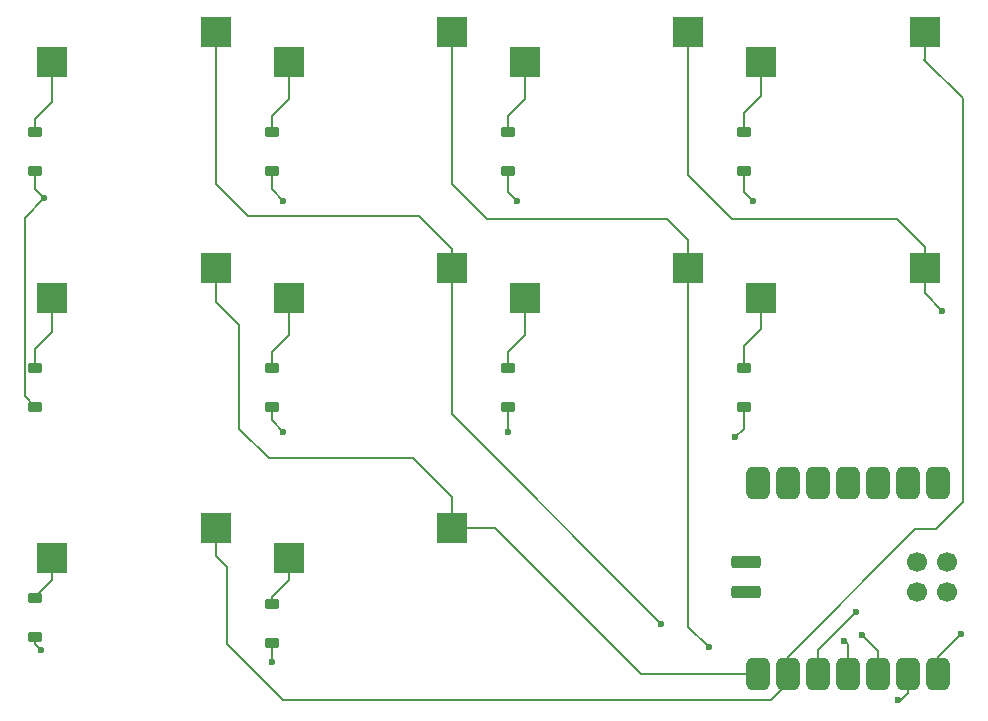
<source format=gbr>
%TF.GenerationSoftware,KiCad,Pcbnew,9.0.1*%
%TF.CreationDate,2025-05-28T15:02:46+10:00*%
%TF.ProjectId,macroCAD,6d616372-6f43-4414-942e-6b696361645f,rev?*%
%TF.SameCoordinates,Original*%
%TF.FileFunction,Copper,L2,Bot*%
%TF.FilePolarity,Positive*%
%FSLAX46Y46*%
G04 Gerber Fmt 4.6, Leading zero omitted, Abs format (unit mm)*
G04 Created by KiCad (PCBNEW 9.0.1) date 2025-05-28 15:02:46*
%MOMM*%
%LPD*%
G01*
G04 APERTURE LIST*
G04 Aperture macros list*
%AMRoundRect*
0 Rectangle with rounded corners*
0 $1 Rounding radius*
0 $2 $3 $4 $5 $6 $7 $8 $9 X,Y pos of 4 corners*
0 Add a 4 corners polygon primitive as box body*
4,1,4,$2,$3,$4,$5,$6,$7,$8,$9,$2,$3,0*
0 Add four circle primitives for the rounded corners*
1,1,$1+$1,$2,$3*
1,1,$1+$1,$4,$5*
1,1,$1+$1,$6,$7*
1,1,$1+$1,$8,$9*
0 Add four rect primitives between the rounded corners*
20,1,$1+$1,$2,$3,$4,$5,0*
20,1,$1+$1,$4,$5,$6,$7,0*
20,1,$1+$1,$6,$7,$8,$9,0*
20,1,$1+$1,$8,$9,$2,$3,0*%
G04 Aperture macros list end*
%TA.AperFunction,SMDPad,CuDef*%
%ADD10R,2.550000X2.500000*%
%TD*%
%TA.AperFunction,SMDPad,CuDef*%
%ADD11RoundRect,0.225000X0.375000X-0.225000X0.375000X0.225000X-0.375000X0.225000X-0.375000X-0.225000X0*%
%TD*%
%TA.AperFunction,SMDPad,CuDef*%
%ADD12RoundRect,0.500000X0.500000X-0.875000X0.500000X0.875000X-0.500000X0.875000X-0.500000X-0.875000X0*%
%TD*%
%TA.AperFunction,SMDPad,CuDef*%
%ADD13RoundRect,0.275000X0.975000X0.275000X-0.975000X0.275000X-0.975000X-0.275000X0.975000X-0.275000X0*%
%TD*%
%TA.AperFunction,SMDPad,CuDef*%
%ADD14C,1.700000*%
%TD*%
%TA.AperFunction,ViaPad*%
%ADD15C,0.600000*%
%TD*%
%TA.AperFunction,Conductor*%
%ADD16C,0.200000*%
%TD*%
G04 APERTURE END LIST*
D10*
%TO.P,SW1,1,1*%
%TO.N,COL_1*%
X86290000Y-24920000D03*
%TO.P,SW1,2,2*%
%TO.N,Net-(D1-A)*%
X72440000Y-27460000D03*
%TD*%
%TO.P,SW5,1,1*%
%TO.N,COL_5*%
X86290000Y-44920000D03*
%TO.P,SW5,2,2*%
%TO.N,Net-(D5-A)*%
X72440000Y-47460000D03*
%TD*%
%TO.P,SW2,1,1*%
%TO.N,COL_2*%
X106290000Y-24920000D03*
%TO.P,SW2,2,2*%
%TO.N,Net-(D2-A)*%
X92440000Y-27460000D03*
%TD*%
%TO.P,SW6,1,1*%
%TO.N,COL_1*%
X106290000Y-44920000D03*
%TO.P,SW6,2,2*%
%TO.N,Net-(D6-A)*%
X92440000Y-47460000D03*
%TD*%
%TO.P,SW4,1,1*%
%TO.N,COL_4*%
X146290000Y-24920000D03*
%TO.P,SW4,2,2*%
%TO.N,Net-(D4-A)*%
X132440000Y-27460000D03*
%TD*%
%TO.P,SW3,1,1*%
%TO.N,COL_3*%
X126290000Y-24920000D03*
%TO.P,SW3,2,2*%
%TO.N,Net-(D3-A)*%
X112440000Y-27460000D03*
%TD*%
%TO.P,SW9,1,1*%
%TO.N,COL_4*%
X86290000Y-66920000D03*
%TO.P,SW9,2,2*%
%TO.N,Net-(D9-A)*%
X72440000Y-69460000D03*
%TD*%
%TO.P,SW8,1,1*%
%TO.N,COL_3*%
X146290000Y-44920000D03*
%TO.P,SW8,2,2*%
%TO.N,Net-(D8-A)*%
X132440000Y-47460000D03*
%TD*%
%TO.P,SW7,1,1*%
%TO.N,COL_2*%
X126290000Y-44920000D03*
%TO.P,SW7,2,2*%
%TO.N,Net-(D7-A)*%
X112440000Y-47460000D03*
%TD*%
%TO.P,SW10,1,1*%
%TO.N,COL_5*%
X106290000Y-66920000D03*
%TO.P,SW10,2,2*%
%TO.N,Net-(D10-A)*%
X92440000Y-69460000D03*
%TD*%
D11*
%TO.P,D3,1,K*%
%TO.N,ROW_1*%
X111000000Y-36650000D03*
%TO.P,D3,2,A*%
%TO.N,Net-(D3-A)*%
X111000000Y-33350000D03*
%TD*%
%TO.P,D2,1,K*%
%TO.N,ROW_1*%
X91000000Y-36650000D03*
%TO.P,D2,2,A*%
%TO.N,Net-(D2-A)*%
X91000000Y-33350000D03*
%TD*%
%TO.P,D9,1,K*%
%TO.N,ROW_2*%
X71000000Y-76150000D03*
%TO.P,D9,2,A*%
%TO.N,Net-(D9-A)*%
X71000000Y-72850000D03*
%TD*%
%TO.P,D7,1,K*%
%TO.N,ROW_2*%
X111000000Y-56650000D03*
%TO.P,D7,2,A*%
%TO.N,Net-(D7-A)*%
X111000000Y-53350000D03*
%TD*%
%TO.P,D10,1,K*%
%TO.N,ROW_2*%
X91000000Y-76650000D03*
%TO.P,D10,2,A*%
%TO.N,Net-(D10-A)*%
X91000000Y-73350000D03*
%TD*%
D12*
%TO.P,U1,1,GPIO26_A0_D0*%
%TO.N,ROW_1*%
X147389750Y-79245500D03*
%TO.P,U1,2,GPIO27_A1_D1*%
%TO.N,ROW_2*%
X144849750Y-79245500D03*
%TO.P,U1,3,GPIO28_A2_D2*%
%TO.N,COL_1*%
X142309750Y-79245500D03*
%TO.P,U1,4,GPIO29_A3_D3*%
%TO.N,COL_2*%
X139769750Y-79245500D03*
%TO.P,U1,5,GPIO6_D4_SDA*%
%TO.N,COL_3*%
X137229750Y-79245500D03*
%TO.P,U1,6,GPIO7_D5_SCL*%
%TO.N,COL_4*%
X134689750Y-79245500D03*
%TO.P,U1,7,GPIO0_D6_TX*%
%TO.N,COL_5*%
X132149750Y-79245500D03*
%TO.P,U1,8,GPIO1_D7_CSn_RX*%
%TO.N,unconnected-(U1-GPIO1_D7_CSn_RX-Pad8)*%
X132149750Y-63080500D03*
%TO.P,U1,9,GPIO2_D8_SCK*%
%TO.N,unconnected-(U1-GPIO2_D8_SCK-Pad9)*%
X134689750Y-63080500D03*
%TO.P,U1,10,GPIO4_D9_MISO*%
%TO.N,unconnected-(U1-GPIO4_D9_MISO-Pad10)*%
X137229750Y-63080500D03*
%TO.P,U1,11,GPIO3_D10_MOSI*%
%TO.N,unconnected-(U1-GPIO3_D10_MOSI-Pad11)*%
X139769750Y-63080500D03*
%TO.P,U1,12,3V3*%
%TO.N,unconnected-(U1-3V3-Pad12)*%
X142309750Y-63080500D03*
%TO.P,U1,13,GND*%
%TO.N,GND*%
X144849750Y-63080500D03*
%TO.P,U1,14,5V*%
%TO.N,unconnected-(U1-5V-Pad14)*%
X147389750Y-63080500D03*
D13*
%TO.P,U1,15,BAT*%
%TO.N,unconnected-(U1-BAT-Pad15)*%
X131129750Y-72333500D03*
%TO.P,U1,16,GND*%
%TO.N,unconnected-(U1-GND-Pad16)*%
X131129750Y-69793500D03*
D14*
%TO.P,U1,17,SWDIO*%
%TO.N,unconnected-(U1-SWDIO-Pad17)*%
X148147750Y-72333500D03*
%TO.P,U1,18,SWDCLK*%
%TO.N,unconnected-(U1-SWDCLK-Pad18)*%
X148147750Y-69793500D03*
%TO.P,U1,19,RST*%
%TO.N,unconnected-(U1-RST-Pad19)*%
X145607750Y-72333500D03*
%TO.P,U1,20,GND*%
%TO.N,unconnected-(U1-GND-Pad20)*%
X145607750Y-69793500D03*
%TD*%
D11*
%TO.P,D5,1,K*%
%TO.N,ROW_1*%
X71000000Y-56650000D03*
%TO.P,D5,2,A*%
%TO.N,Net-(D5-A)*%
X71000000Y-53350000D03*
%TD*%
%TO.P,D4,1,K*%
%TO.N,ROW_1*%
X131000000Y-36650000D03*
%TO.P,D4,2,A*%
%TO.N,Net-(D4-A)*%
X131000000Y-33350000D03*
%TD*%
%TO.P,D6,1,K*%
%TO.N,ROW_2*%
X91000000Y-56650000D03*
%TO.P,D6,2,A*%
%TO.N,Net-(D6-A)*%
X91000000Y-53350000D03*
%TD*%
%TO.P,D1,1,K*%
%TO.N,ROW_1*%
X71000000Y-36650000D03*
%TO.P,D1,2,A*%
%TO.N,Net-(D1-A)*%
X71000000Y-33350000D03*
%TD*%
%TO.P,D8,1,K*%
%TO.N,ROW_2*%
X131000000Y-56650000D03*
%TO.P,D8,2,A*%
%TO.N,Net-(D8-A)*%
X131000000Y-53350000D03*
%TD*%
D15*
%TO.N,ROW_1*%
X131750000Y-39250000D03*
X71750000Y-39000000D03*
X111750000Y-39250000D03*
X92000000Y-39250000D03*
X149350000Y-75850000D03*
%TO.N,COL_1*%
X124000000Y-75000000D03*
X141000000Y-76000000D03*
%TO.N,ROW_2*%
X92000000Y-58750000D03*
X144000000Y-81500000D03*
X130250000Y-59250000D03*
X71500000Y-77250000D03*
X91000000Y-78250000D03*
X111000000Y-58750000D03*
%TO.N,COL_2*%
X128000000Y-77000000D03*
X139500000Y-76500000D03*
%TO.N,COL_3*%
X140500000Y-74000000D03*
X147750000Y-48500000D03*
%TD*%
D16*
%TO.N,Net-(D1-A)*%
X71000000Y-33350000D02*
X71000000Y-32250000D01*
X71000000Y-32250000D02*
X72440000Y-30810000D01*
X72440000Y-30810000D02*
X72440000Y-27460000D01*
%TO.N,ROW_1*%
X111000000Y-36650000D02*
X111000000Y-38500000D01*
X91000000Y-38250000D02*
X92000000Y-39250000D01*
X71000000Y-56650000D02*
X70099000Y-55749000D01*
X111000000Y-38500000D02*
X111750000Y-39250000D01*
X70099000Y-40651000D02*
X71750000Y-39000000D01*
X71000000Y-38250000D02*
X71750000Y-39000000D01*
X149350000Y-75850000D02*
X147389750Y-77810250D01*
X131000000Y-36650000D02*
X131000000Y-38500000D01*
X71000000Y-36650000D02*
X71000000Y-38250000D01*
X131000000Y-38500000D02*
X131750000Y-39250000D01*
X147389750Y-77810250D02*
X147389750Y-79245500D01*
X70099000Y-55749000D02*
X70099000Y-40651000D01*
X91000000Y-36650000D02*
X91000000Y-38250000D01*
%TO.N,Net-(D2-A)*%
X91000000Y-33350000D02*
X91000000Y-32000000D01*
X91000000Y-32000000D02*
X92440000Y-30560000D01*
X92440000Y-30560000D02*
X92440000Y-27460000D01*
%TO.N,Net-(D3-A)*%
X111000000Y-33350000D02*
X111000000Y-32000000D01*
X112440000Y-30560000D02*
X112440000Y-27460000D01*
X111000000Y-32000000D02*
X112440000Y-30560000D01*
%TO.N,Net-(D4-A)*%
X131000000Y-31750000D02*
X132440000Y-30310000D01*
X131000000Y-33350000D02*
X131000000Y-31750000D01*
X132440000Y-30310000D02*
X132440000Y-27460000D01*
%TO.N,Net-(D5-A)*%
X72440000Y-50310000D02*
X72440000Y-47460000D01*
X71000000Y-53350000D02*
X71000000Y-51750000D01*
X71000000Y-51750000D02*
X72440000Y-50310000D01*
%TO.N,COL_1*%
X86290000Y-37790000D02*
X89000000Y-40500000D01*
X86290000Y-24920000D02*
X86290000Y-37790000D01*
X103500000Y-40500000D02*
X106290000Y-43290000D01*
X106290000Y-44920000D02*
X106290000Y-57290000D01*
X141000000Y-76000000D02*
X142309750Y-77309750D01*
X106290000Y-57290000D02*
X124000000Y-75000000D01*
X89000000Y-40500000D02*
X103500000Y-40500000D01*
X142309750Y-77309750D02*
X142309750Y-79245500D01*
X106290000Y-43290000D02*
X106290000Y-44920000D01*
%TO.N,Net-(D6-A)*%
X91000000Y-52000000D02*
X92440000Y-50560000D01*
X91000000Y-53350000D02*
X91000000Y-52000000D01*
X92440000Y-50560000D02*
X92440000Y-47460000D01*
%TO.N,Net-(D7-A)*%
X111000000Y-52000000D02*
X112440000Y-50560000D01*
X112440000Y-50560000D02*
X112440000Y-47460000D01*
X111000000Y-53350000D02*
X111000000Y-52000000D01*
%TO.N,Net-(D8-A)*%
X131000000Y-51500000D02*
X132440000Y-50060000D01*
X131000000Y-53350000D02*
X131000000Y-51500000D01*
X132440000Y-50060000D02*
X132440000Y-47460000D01*
%TO.N,Net-(D9-A)*%
X71000000Y-72850000D02*
X71000000Y-72750000D01*
X72440000Y-71310000D02*
X72440000Y-69460000D01*
X71000000Y-72750000D02*
X72440000Y-71310000D01*
%TO.N,Net-(D10-A)*%
X91000000Y-73350000D02*
X91000000Y-72750000D01*
X92440000Y-71310000D02*
X92440000Y-69460000D01*
X91000000Y-72750000D02*
X92440000Y-71310000D01*
%TO.N,ROW_2*%
X91000000Y-78250000D02*
X91000000Y-76650000D01*
X91000000Y-57750000D02*
X92000000Y-58750000D01*
X144849750Y-80900250D02*
X144250000Y-81500000D01*
X131000000Y-58500000D02*
X130250000Y-59250000D01*
X144849750Y-79245500D02*
X144849750Y-80900250D01*
X144250000Y-81500000D02*
X144000000Y-81500000D01*
X111000000Y-56650000D02*
X111000000Y-58750000D01*
X71500000Y-77250000D02*
X71000000Y-76750000D01*
X71000000Y-76750000D02*
X71000000Y-76150000D01*
X91000000Y-56650000D02*
X91000000Y-57750000D01*
X131000000Y-56650000D02*
X131000000Y-58500000D01*
%TO.N,COL_2*%
X126290000Y-42540000D02*
X126290000Y-44920000D01*
X106290000Y-37790000D02*
X109250000Y-40750000D01*
X139769750Y-76769750D02*
X139769750Y-79245500D01*
X139500000Y-76500000D02*
X139769750Y-76769750D01*
X106290000Y-24920000D02*
X106290000Y-37790000D01*
X126290000Y-44920000D02*
X126290000Y-75290000D01*
X109250000Y-40750000D02*
X124500000Y-40750000D01*
X126290000Y-75290000D02*
X128000000Y-77000000D01*
X124500000Y-40750000D02*
X126290000Y-42540000D01*
%TO.N,COL_3*%
X130000000Y-40750000D02*
X143934100Y-40750000D01*
X137229750Y-77270250D02*
X137229750Y-79245500D01*
X126290000Y-37040000D02*
X130000000Y-40750000D01*
X126290000Y-24920000D02*
X126290000Y-37040000D01*
X146290000Y-47040000D02*
X147750000Y-48500000D01*
X140500000Y-74000000D02*
X137229750Y-77270250D01*
X146290000Y-43105900D02*
X146290000Y-44920000D01*
X146290000Y-44920000D02*
X146290000Y-47040000D01*
X143934100Y-40750000D02*
X146290000Y-43105900D01*
%TO.N,COL_4*%
X87250000Y-70250000D02*
X86290000Y-69290000D01*
X133250000Y-81500000D02*
X92000000Y-81500000D01*
X146290000Y-27210000D02*
X146290000Y-24920000D01*
X87250000Y-76750000D02*
X87250000Y-70250000D01*
X134689750Y-79245500D02*
X134689750Y-77810250D01*
X134689750Y-77810250D02*
X145500000Y-67000000D01*
X134689750Y-80060250D02*
X133250000Y-81500000D01*
X92000000Y-81500000D02*
X87250000Y-76750000D01*
X149500000Y-64750000D02*
X149500000Y-30500000D01*
X145500000Y-67000000D02*
X147250000Y-67000000D01*
X86290000Y-69290000D02*
X86290000Y-66920000D01*
X134689750Y-79245500D02*
X134689750Y-80060250D01*
X149500000Y-30500000D02*
X146250000Y-27250000D01*
X146250000Y-27250000D02*
X146290000Y-27210000D01*
X147250000Y-67000000D02*
X149500000Y-64750000D01*
%TO.N,COL_5*%
X86290000Y-47790000D02*
X88250000Y-49750000D01*
X103000000Y-61000000D02*
X106290000Y-64290000D01*
X132149750Y-79245500D02*
X122245500Y-79245500D01*
X88250000Y-49750000D02*
X88250000Y-58500000D01*
X109920000Y-66920000D02*
X106290000Y-66920000D01*
X90750000Y-61000000D02*
X103000000Y-61000000D01*
X122245500Y-79245500D02*
X109920000Y-66920000D01*
X88250000Y-58500000D02*
X90750000Y-61000000D01*
X106290000Y-64290000D02*
X106290000Y-66920000D01*
X86290000Y-44920000D02*
X86290000Y-47790000D01*
%TD*%
M02*

</source>
